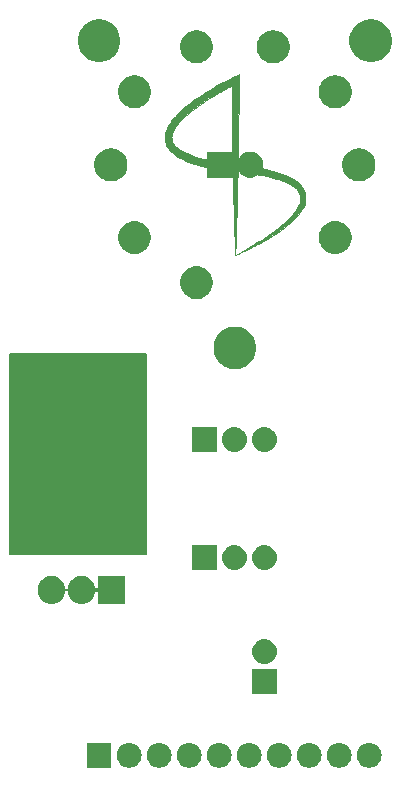
<source format=gbs>
G04 #@! TF.GenerationSoftware,KiCad,Pcbnew,(5.0.2)-1*
G04 #@! TF.CreationDate,2019-04-04T16:33:41+02:00*
G04 #@! TF.ProjectId,Corona_tubeBoard,436f726f-6e61-45f7-9475-6265426f6172,1*
G04 #@! TF.SameCoordinates,Original*
G04 #@! TF.FileFunction,Soldermask,Bot*
G04 #@! TF.FilePolarity,Negative*
%FSLAX46Y46*%
G04 Gerber Fmt 4.6, Leading zero omitted, Abs format (unit mm)*
G04 Created by KiCad (PCBNEW (5.0.2)-1) date 04/04/2019 16:33:41*
%MOMM*%
%LPD*%
G01*
G04 APERTURE LIST*
%ADD10C,0.150000*%
%ADD11C,0.010000*%
%ADD12C,0.100000*%
G04 APERTURE END LIST*
D10*
G36*
X0Y-30000000D02*
X11500000Y-30000000D01*
X11500000Y-47000000D01*
X0Y-47000000D01*
X0Y-30000000D01*
G37*
X0Y-30000000D02*
X11500000Y-30000000D01*
X11500000Y-47000000D01*
X0Y-47000000D01*
X0Y-30000000D01*
D11*
G04 #@! TO.C,MK5*
G36*
X19010584Y-14006838D02*
X19015875Y-14012130D01*
X19021167Y-14006838D01*
X19015875Y-14001547D01*
X19010584Y-14006838D01*
X19010584Y-14006838D01*
G37*
X19010584Y-14006838D02*
X19015875Y-14012130D01*
X19021167Y-14006838D01*
X19015875Y-14001547D01*
X19010584Y-14006838D01*
G36*
X19304666Y-6365150D02*
X19274468Y-6377872D01*
X19229895Y-6397738D01*
X19173261Y-6423655D01*
X19106877Y-6454531D01*
X19033056Y-6489271D01*
X18954109Y-6526782D01*
X18872350Y-6565971D01*
X18790091Y-6605745D01*
X18709643Y-6645010D01*
X18633320Y-6682673D01*
X18566639Y-6716023D01*
X18215522Y-6896482D01*
X17867014Y-7082352D01*
X17522713Y-7272633D01*
X17184214Y-7466329D01*
X16853113Y-7662438D01*
X16531007Y-7859965D01*
X16219491Y-8057908D01*
X15920163Y-8255271D01*
X15634617Y-8451054D01*
X15364451Y-8644259D01*
X15111260Y-8833886D01*
X14876641Y-9018939D01*
X14846597Y-9043417D01*
X14715242Y-9153086D01*
X14581692Y-9268746D01*
X14448703Y-9387806D01*
X14319030Y-9507676D01*
X14195427Y-9625766D01*
X14080649Y-9739486D01*
X13977450Y-9846244D01*
X13888586Y-9943452D01*
X13884215Y-9948417D01*
X13713076Y-10153575D01*
X13561456Y-10357034D01*
X13429472Y-10558494D01*
X13317241Y-10757651D01*
X13224879Y-10954205D01*
X13152504Y-11147855D01*
X13100233Y-11338297D01*
X13068182Y-11525232D01*
X13056469Y-11708356D01*
X13065210Y-11887369D01*
X13083927Y-12011959D01*
X13127290Y-12180132D01*
X13191256Y-12343867D01*
X13275702Y-12503026D01*
X13380503Y-12657470D01*
X13505539Y-12807063D01*
X13650684Y-12951666D01*
X13815817Y-13091140D01*
X14000814Y-13225349D01*
X14205553Y-13354155D01*
X14355498Y-13438321D01*
X14565904Y-13543825D01*
X14796811Y-13645575D01*
X15047874Y-13743484D01*
X15318748Y-13837465D01*
X15609088Y-13927429D01*
X15918547Y-14013289D01*
X16246780Y-14094957D01*
X16593443Y-14172347D01*
X16958190Y-14245369D01*
X17340675Y-14313936D01*
X17740553Y-14377962D01*
X18157478Y-14437358D01*
X18432260Y-14472797D01*
X18511821Y-14482670D01*
X18586634Y-14491981D01*
X18653503Y-14500327D01*
X18709233Y-14507312D01*
X18750630Y-14512534D01*
X18774498Y-14515593D01*
X18775660Y-14515747D01*
X18820639Y-14521714D01*
X18820668Y-14677169D01*
X18820983Y-14741988D01*
X18821887Y-14823867D01*
X18823354Y-14921897D01*
X18825356Y-15035165D01*
X18827866Y-15162760D01*
X18830856Y-15303769D01*
X18834299Y-15457283D01*
X18838168Y-15622388D01*
X18842435Y-15798174D01*
X18847073Y-15983728D01*
X18852055Y-16178139D01*
X18857353Y-16380496D01*
X18862940Y-16589887D01*
X18868788Y-16805400D01*
X18874871Y-17026124D01*
X18881160Y-17251147D01*
X18887629Y-17479558D01*
X18894250Y-17710444D01*
X18900995Y-17942895D01*
X18907838Y-18175999D01*
X18914751Y-18408844D01*
X18921707Y-18640519D01*
X18928678Y-18870111D01*
X18935637Y-19096710D01*
X18942557Y-19319403D01*
X18949410Y-19537280D01*
X18956168Y-19749429D01*
X18962805Y-19954937D01*
X18969294Y-20152894D01*
X18975606Y-20342387D01*
X18981715Y-20522506D01*
X18987592Y-20692339D01*
X18993212Y-20850973D01*
X18998545Y-20997498D01*
X19003566Y-21131001D01*
X19008246Y-21250572D01*
X19012559Y-21355299D01*
X19016477Y-21444269D01*
X19019972Y-21516572D01*
X19023017Y-21571296D01*
X19025586Y-21607529D01*
X19027649Y-21624360D01*
X19029088Y-21621834D01*
X19030232Y-21603654D01*
X19031995Y-21565636D01*
X19034336Y-21509098D01*
X19037207Y-21435359D01*
X19040566Y-21345735D01*
X19044368Y-21241547D01*
X19048569Y-21124110D01*
X19053123Y-20994745D01*
X19057986Y-20854768D01*
X19063114Y-20705498D01*
X19068463Y-20548254D01*
X19073988Y-20384352D01*
X19079644Y-20215112D01*
X19085387Y-20041852D01*
X19091172Y-19865889D01*
X19096956Y-19688542D01*
X19102693Y-19511129D01*
X19108339Y-19334968D01*
X19113850Y-19161377D01*
X19119181Y-18991674D01*
X19124288Y-18827177D01*
X19129126Y-18669206D01*
X19132645Y-18552667D01*
X19138704Y-18347706D01*
X19145123Y-18125122D01*
X19151807Y-17888451D01*
X19158662Y-17641231D01*
X19165593Y-17387001D01*
X19172506Y-17129297D01*
X19179306Y-16871658D01*
X19185900Y-16617622D01*
X19192192Y-16370725D01*
X19198089Y-16134507D01*
X19203495Y-15912503D01*
X19206522Y-15785125D01*
X19209514Y-15658214D01*
X19212556Y-15529759D01*
X19215578Y-15402673D01*
X19218511Y-15279871D01*
X19221285Y-15164270D01*
X19223829Y-15058783D01*
X19226074Y-14966326D01*
X19227950Y-14889814D01*
X19229125Y-14842591D01*
X19236050Y-14566807D01*
X19263824Y-14570071D01*
X19569636Y-14606916D01*
X19856049Y-14643339D01*
X20124820Y-14679623D01*
X20377706Y-14716055D01*
X20616462Y-14752918D01*
X20842845Y-14790498D01*
X21058611Y-14829079D01*
X21265517Y-14868947D01*
X21465319Y-14910386D01*
X21659772Y-14953682D01*
X21731056Y-14970309D01*
X21982000Y-15032455D01*
X22226942Y-15098827D01*
X22464207Y-15168818D01*
X22692122Y-15241820D01*
X22909010Y-15317225D01*
X23113198Y-15394426D01*
X23303011Y-15472815D01*
X23476774Y-15551783D01*
X23632813Y-15630725D01*
X23769454Y-15709030D01*
X23773639Y-15711613D01*
X23902448Y-15797714D01*
X24024855Y-15892069D01*
X24137397Y-15991590D01*
X24236614Y-16093189D01*
X24319044Y-16193779D01*
X24328090Y-16206260D01*
X24372279Y-16275968D01*
X24415786Y-16358435D01*
X24454758Y-16445495D01*
X24485342Y-16528980D01*
X24493865Y-16557709D01*
X24507487Y-16623668D01*
X24517240Y-16704024D01*
X24522923Y-16792325D01*
X24524332Y-16882119D01*
X24521262Y-16966956D01*
X24513512Y-17040384D01*
X24509751Y-17061721D01*
X24472178Y-17209434D01*
X24417808Y-17360567D01*
X24346278Y-17515686D01*
X24257224Y-17675356D01*
X24150285Y-17840140D01*
X24025095Y-18010603D01*
X23881294Y-18187310D01*
X23718517Y-18370825D01*
X23562001Y-18535625D01*
X23330777Y-18763946D01*
X23084546Y-18990854D01*
X22822674Y-19216812D01*
X22544532Y-19442283D01*
X22249490Y-19667731D01*
X21936915Y-19893617D01*
X21606178Y-20120405D01*
X21256647Y-20348557D01*
X20887692Y-20578538D01*
X20498682Y-20810809D01*
X20323472Y-20912432D01*
X20142368Y-21016601D01*
X19978777Y-21110727D01*
X19831856Y-21195303D01*
X19700759Y-21270823D01*
X19584644Y-21337778D01*
X19482664Y-21396661D01*
X19393976Y-21447965D01*
X19317735Y-21492183D01*
X19253097Y-21529807D01*
X19199217Y-21561330D01*
X19155250Y-21587244D01*
X19120351Y-21608043D01*
X19093678Y-21624219D01*
X19074384Y-21636264D01*
X19061626Y-21644672D01*
X19054558Y-21649935D01*
X19052337Y-21652545D01*
X19054002Y-21653010D01*
X19064410Y-21648442D01*
X19091366Y-21635847D01*
X19132365Y-21616415D01*
X19184903Y-21591339D01*
X19246473Y-21561812D01*
X19314573Y-21529025D01*
X19318056Y-21527345D01*
X19543916Y-21418316D01*
X19751866Y-21317769D01*
X19943105Y-21225083D01*
X20118832Y-21139640D01*
X20280246Y-21060819D01*
X20428548Y-20988000D01*
X20564935Y-20920564D01*
X20690608Y-20857889D01*
X20806766Y-20799357D01*
X20914608Y-20744348D01*
X21015333Y-20692241D01*
X21110141Y-20642417D01*
X21200232Y-20594255D01*
X21286803Y-20547136D01*
X21371056Y-20500440D01*
X21454188Y-20453546D01*
X21537400Y-20405835D01*
X21621891Y-20356688D01*
X21708859Y-20305483D01*
X21799505Y-20251602D01*
X21884514Y-20200732D01*
X22245452Y-19977522D01*
X22586665Y-19752646D01*
X22909583Y-19525081D01*
X23215638Y-19293800D01*
X23506262Y-19057780D01*
X23632733Y-18949453D01*
X23697129Y-18891974D01*
X23769966Y-18824578D01*
X23848628Y-18749878D01*
X23930500Y-18670488D01*
X24012965Y-18589019D01*
X24093409Y-18508086D01*
X24169216Y-18430301D01*
X24237769Y-18358277D01*
X24296453Y-18294627D01*
X24342653Y-18241964D01*
X24351196Y-18231732D01*
X24497764Y-18043286D01*
X24625849Y-17855954D01*
X24735044Y-17670496D01*
X24824944Y-17487671D01*
X24895144Y-17308238D01*
X24945238Y-17132956D01*
X24950355Y-17110036D01*
X24963184Y-17030864D01*
X24971494Y-16937314D01*
X24975283Y-16835583D01*
X24974549Y-16731869D01*
X24969288Y-16632372D01*
X24959498Y-16543289D01*
X24950622Y-16493524D01*
X24919331Y-16367068D01*
X24881840Y-16252277D01*
X24835027Y-16139874D01*
X24822528Y-16113209D01*
X24779078Y-16027515D01*
X24733591Y-15949518D01*
X24683285Y-15875544D01*
X24625379Y-15801921D01*
X24557092Y-15724975D01*
X24475643Y-15641034D01*
X24433666Y-15599718D01*
X24314949Y-15490306D01*
X24189397Y-15386897D01*
X24055613Y-15288777D01*
X23912201Y-15195229D01*
X23757764Y-15105540D01*
X23590905Y-15018993D01*
X23410229Y-14934875D01*
X23214339Y-14852470D01*
X23001839Y-14771063D01*
X22771332Y-14689939D01*
X22521421Y-14608383D01*
X22460092Y-14589192D01*
X22175056Y-14504441D01*
X21883406Y-14425327D01*
X21583336Y-14351486D01*
X21273037Y-14282557D01*
X20950701Y-14218177D01*
X20614522Y-14157985D01*
X20262690Y-14101618D01*
X19893399Y-14048715D01*
X19524431Y-14001296D01*
X19450761Y-13992265D01*
X19384414Y-13984043D01*
X19328160Y-13976979D01*
X19284769Y-13971425D01*
X19257010Y-13967730D01*
X19247646Y-13966266D01*
X19247509Y-13955728D01*
X19247782Y-13926223D01*
X19248429Y-13879947D01*
X19249414Y-13819094D01*
X19249658Y-13805140D01*
X18798277Y-13805140D01*
X18797540Y-13860859D01*
X18796021Y-13898135D01*
X18793731Y-13915818D01*
X18792725Y-13917167D01*
X18779981Y-13915867D01*
X18749041Y-13912200D01*
X18702697Y-13906510D01*
X18643746Y-13899147D01*
X18574982Y-13890455D01*
X18499198Y-13880782D01*
X18492112Y-13879873D01*
X18086103Y-13824416D01*
X17695482Y-13764275D01*
X17320605Y-13699566D01*
X16961829Y-13630404D01*
X16619511Y-13556903D01*
X16294007Y-13479179D01*
X15985674Y-13397347D01*
X15694868Y-13311522D01*
X15421947Y-13221818D01*
X15167266Y-13128351D01*
X14931183Y-13031236D01*
X14714053Y-12930588D01*
X14516235Y-12826522D01*
X14338083Y-12719152D01*
X14179956Y-12608595D01*
X14042209Y-12494964D01*
X13963656Y-12419392D01*
X13859933Y-12302570D01*
X13776571Y-12185645D01*
X13712823Y-12066936D01*
X13667941Y-11944766D01*
X13641180Y-11817455D01*
X13631790Y-11683323D01*
X13631765Y-11673500D01*
X13639340Y-11544914D01*
X13662105Y-11416317D01*
X13700754Y-11285798D01*
X13755978Y-11151444D01*
X13828470Y-11011343D01*
X13918922Y-10863585D01*
X13932563Y-10842923D01*
X14065180Y-10656995D01*
X14218230Y-10466893D01*
X14391439Y-10272842D01*
X14584534Y-10075067D01*
X14797244Y-9873793D01*
X15029295Y-9669244D01*
X15280416Y-9461645D01*
X15550332Y-9251221D01*
X15838772Y-9038197D01*
X16145463Y-8822798D01*
X16470133Y-8605248D01*
X16812508Y-8385772D01*
X17172317Y-8164595D01*
X17203282Y-8145971D01*
X17287213Y-8096035D01*
X17379400Y-8042000D01*
X17478306Y-7984712D01*
X17582391Y-7925019D01*
X17690114Y-7863766D01*
X17799936Y-7801799D01*
X17910318Y-7739965D01*
X18019720Y-7679110D01*
X18126602Y-7620080D01*
X18229425Y-7563722D01*
X18326649Y-7510881D01*
X18416735Y-7462404D01*
X18498142Y-7419138D01*
X18569332Y-7381927D01*
X18628763Y-7351619D01*
X18674898Y-7329060D01*
X18706197Y-7315096D01*
X18721118Y-7310573D01*
X18722161Y-7311144D01*
X18722477Y-7322391D01*
X18722931Y-7353623D01*
X18723514Y-7403662D01*
X18724214Y-7471327D01*
X18725024Y-7555438D01*
X18725931Y-7654815D01*
X18726926Y-7768278D01*
X18727998Y-7894647D01*
X18729139Y-8032743D01*
X18730336Y-8181384D01*
X18731581Y-8339391D01*
X18732863Y-8505585D01*
X18734171Y-8678784D01*
X18735496Y-8857810D01*
X18735539Y-8863625D01*
X18738311Y-9230205D01*
X18741135Y-9578441D01*
X18744047Y-9911156D01*
X18747084Y-10231173D01*
X18750282Y-10541315D01*
X18753678Y-10844405D01*
X18757307Y-11143266D01*
X18761206Y-11440721D01*
X18765411Y-11739593D01*
X18769959Y-12042705D01*
X18774887Y-12352879D01*
X18780229Y-12672939D01*
X18786023Y-13005707D01*
X18792305Y-13354007D01*
X18795714Y-13538813D01*
X18797373Y-13642967D01*
X18798225Y-13732126D01*
X18798277Y-13805140D01*
X19249658Y-13805140D01*
X19250699Y-13745861D01*
X19252249Y-13662442D01*
X19254027Y-13571033D01*
X19255046Y-13520292D01*
X19262226Y-13151794D01*
X19269139Y-12768244D01*
X19275738Y-12373133D01*
X19281979Y-11969953D01*
X19287817Y-11562194D01*
X19293206Y-11153348D01*
X19298100Y-10746907D01*
X19302456Y-10346362D01*
X19306226Y-9955203D01*
X19309366Y-9576924D01*
X19311831Y-9215014D01*
X19312564Y-9085875D01*
X19313493Y-8914430D01*
X19314513Y-8731201D01*
X19315601Y-8539690D01*
X19316736Y-8343398D01*
X19317899Y-8145826D01*
X19319068Y-7950477D01*
X19320223Y-7760851D01*
X19321341Y-7580451D01*
X19322404Y-7412776D01*
X19323389Y-7261330D01*
X19323766Y-7204688D01*
X19324803Y-7034404D01*
X19325487Y-6884719D01*
X19325813Y-6755065D01*
X19325778Y-6644879D01*
X19325378Y-6553594D01*
X19324609Y-6480643D01*
X19323468Y-6425463D01*
X19321950Y-6387486D01*
X19320053Y-6366147D01*
X19318178Y-6360667D01*
X19304666Y-6365150D01*
X19304666Y-6365150D01*
G37*
X19304666Y-6365150D02*
X19274468Y-6377872D01*
X19229895Y-6397738D01*
X19173261Y-6423655D01*
X19106877Y-6454531D01*
X19033056Y-6489271D01*
X18954109Y-6526782D01*
X18872350Y-6565971D01*
X18790091Y-6605745D01*
X18709643Y-6645010D01*
X18633320Y-6682673D01*
X18566639Y-6716023D01*
X18215522Y-6896482D01*
X17867014Y-7082352D01*
X17522713Y-7272633D01*
X17184214Y-7466329D01*
X16853113Y-7662438D01*
X16531007Y-7859965D01*
X16219491Y-8057908D01*
X15920163Y-8255271D01*
X15634617Y-8451054D01*
X15364451Y-8644259D01*
X15111260Y-8833886D01*
X14876641Y-9018939D01*
X14846597Y-9043417D01*
X14715242Y-9153086D01*
X14581692Y-9268746D01*
X14448703Y-9387806D01*
X14319030Y-9507676D01*
X14195427Y-9625766D01*
X14080649Y-9739486D01*
X13977450Y-9846244D01*
X13888586Y-9943452D01*
X13884215Y-9948417D01*
X13713076Y-10153575D01*
X13561456Y-10357034D01*
X13429472Y-10558494D01*
X13317241Y-10757651D01*
X13224879Y-10954205D01*
X13152504Y-11147855D01*
X13100233Y-11338297D01*
X13068182Y-11525232D01*
X13056469Y-11708356D01*
X13065210Y-11887369D01*
X13083927Y-12011959D01*
X13127290Y-12180132D01*
X13191256Y-12343867D01*
X13275702Y-12503026D01*
X13380503Y-12657470D01*
X13505539Y-12807063D01*
X13650684Y-12951666D01*
X13815817Y-13091140D01*
X14000814Y-13225349D01*
X14205553Y-13354155D01*
X14355498Y-13438321D01*
X14565904Y-13543825D01*
X14796811Y-13645575D01*
X15047874Y-13743484D01*
X15318748Y-13837465D01*
X15609088Y-13927429D01*
X15918547Y-14013289D01*
X16246780Y-14094957D01*
X16593443Y-14172347D01*
X16958190Y-14245369D01*
X17340675Y-14313936D01*
X17740553Y-14377962D01*
X18157478Y-14437358D01*
X18432260Y-14472797D01*
X18511821Y-14482670D01*
X18586634Y-14491981D01*
X18653503Y-14500327D01*
X18709233Y-14507312D01*
X18750630Y-14512534D01*
X18774498Y-14515593D01*
X18775660Y-14515747D01*
X18820639Y-14521714D01*
X18820668Y-14677169D01*
X18820983Y-14741988D01*
X18821887Y-14823867D01*
X18823354Y-14921897D01*
X18825356Y-15035165D01*
X18827866Y-15162760D01*
X18830856Y-15303769D01*
X18834299Y-15457283D01*
X18838168Y-15622388D01*
X18842435Y-15798174D01*
X18847073Y-15983728D01*
X18852055Y-16178139D01*
X18857353Y-16380496D01*
X18862940Y-16589887D01*
X18868788Y-16805400D01*
X18874871Y-17026124D01*
X18881160Y-17251147D01*
X18887629Y-17479558D01*
X18894250Y-17710444D01*
X18900995Y-17942895D01*
X18907838Y-18175999D01*
X18914751Y-18408844D01*
X18921707Y-18640519D01*
X18928678Y-18870111D01*
X18935637Y-19096710D01*
X18942557Y-19319403D01*
X18949410Y-19537280D01*
X18956168Y-19749429D01*
X18962805Y-19954937D01*
X18969294Y-20152894D01*
X18975606Y-20342387D01*
X18981715Y-20522506D01*
X18987592Y-20692339D01*
X18993212Y-20850973D01*
X18998545Y-20997498D01*
X19003566Y-21131001D01*
X19008246Y-21250572D01*
X19012559Y-21355299D01*
X19016477Y-21444269D01*
X19019972Y-21516572D01*
X19023017Y-21571296D01*
X19025586Y-21607529D01*
X19027649Y-21624360D01*
X19029088Y-21621834D01*
X19030232Y-21603654D01*
X19031995Y-21565636D01*
X19034336Y-21509098D01*
X19037207Y-21435359D01*
X19040566Y-21345735D01*
X19044368Y-21241547D01*
X19048569Y-21124110D01*
X19053123Y-20994745D01*
X19057986Y-20854768D01*
X19063114Y-20705498D01*
X19068463Y-20548254D01*
X19073988Y-20384352D01*
X19079644Y-20215112D01*
X19085387Y-20041852D01*
X19091172Y-19865889D01*
X19096956Y-19688542D01*
X19102693Y-19511129D01*
X19108339Y-19334968D01*
X19113850Y-19161377D01*
X19119181Y-18991674D01*
X19124288Y-18827177D01*
X19129126Y-18669206D01*
X19132645Y-18552667D01*
X19138704Y-18347706D01*
X19145123Y-18125122D01*
X19151807Y-17888451D01*
X19158662Y-17641231D01*
X19165593Y-17387001D01*
X19172506Y-17129297D01*
X19179306Y-16871658D01*
X19185900Y-16617622D01*
X19192192Y-16370725D01*
X19198089Y-16134507D01*
X19203495Y-15912503D01*
X19206522Y-15785125D01*
X19209514Y-15658214D01*
X19212556Y-15529759D01*
X19215578Y-15402673D01*
X19218511Y-15279871D01*
X19221285Y-15164270D01*
X19223829Y-15058783D01*
X19226074Y-14966326D01*
X19227950Y-14889814D01*
X19229125Y-14842591D01*
X19236050Y-14566807D01*
X19263824Y-14570071D01*
X19569636Y-14606916D01*
X19856049Y-14643339D01*
X20124820Y-14679623D01*
X20377706Y-14716055D01*
X20616462Y-14752918D01*
X20842845Y-14790498D01*
X21058611Y-14829079D01*
X21265517Y-14868947D01*
X21465319Y-14910386D01*
X21659772Y-14953682D01*
X21731056Y-14970309D01*
X21982000Y-15032455D01*
X22226942Y-15098827D01*
X22464207Y-15168818D01*
X22692122Y-15241820D01*
X22909010Y-15317225D01*
X23113198Y-15394426D01*
X23303011Y-15472815D01*
X23476774Y-15551783D01*
X23632813Y-15630725D01*
X23769454Y-15709030D01*
X23773639Y-15711613D01*
X23902448Y-15797714D01*
X24024855Y-15892069D01*
X24137397Y-15991590D01*
X24236614Y-16093189D01*
X24319044Y-16193779D01*
X24328090Y-16206260D01*
X24372279Y-16275968D01*
X24415786Y-16358435D01*
X24454758Y-16445495D01*
X24485342Y-16528980D01*
X24493865Y-16557709D01*
X24507487Y-16623668D01*
X24517240Y-16704024D01*
X24522923Y-16792325D01*
X24524332Y-16882119D01*
X24521262Y-16966956D01*
X24513512Y-17040384D01*
X24509751Y-17061721D01*
X24472178Y-17209434D01*
X24417808Y-17360567D01*
X24346278Y-17515686D01*
X24257224Y-17675356D01*
X24150285Y-17840140D01*
X24025095Y-18010603D01*
X23881294Y-18187310D01*
X23718517Y-18370825D01*
X23562001Y-18535625D01*
X23330777Y-18763946D01*
X23084546Y-18990854D01*
X22822674Y-19216812D01*
X22544532Y-19442283D01*
X22249490Y-19667731D01*
X21936915Y-19893617D01*
X21606178Y-20120405D01*
X21256647Y-20348557D01*
X20887692Y-20578538D01*
X20498682Y-20810809D01*
X20323472Y-20912432D01*
X20142368Y-21016601D01*
X19978777Y-21110727D01*
X19831856Y-21195303D01*
X19700759Y-21270823D01*
X19584644Y-21337778D01*
X19482664Y-21396661D01*
X19393976Y-21447965D01*
X19317735Y-21492183D01*
X19253097Y-21529807D01*
X19199217Y-21561330D01*
X19155250Y-21587244D01*
X19120351Y-21608043D01*
X19093678Y-21624219D01*
X19074384Y-21636264D01*
X19061626Y-21644672D01*
X19054558Y-21649935D01*
X19052337Y-21652545D01*
X19054002Y-21653010D01*
X19064410Y-21648442D01*
X19091366Y-21635847D01*
X19132365Y-21616415D01*
X19184903Y-21591339D01*
X19246473Y-21561812D01*
X19314573Y-21529025D01*
X19318056Y-21527345D01*
X19543916Y-21418316D01*
X19751866Y-21317769D01*
X19943105Y-21225083D01*
X20118832Y-21139640D01*
X20280246Y-21060819D01*
X20428548Y-20988000D01*
X20564935Y-20920564D01*
X20690608Y-20857889D01*
X20806766Y-20799357D01*
X20914608Y-20744348D01*
X21015333Y-20692241D01*
X21110141Y-20642417D01*
X21200232Y-20594255D01*
X21286803Y-20547136D01*
X21371056Y-20500440D01*
X21454188Y-20453546D01*
X21537400Y-20405835D01*
X21621891Y-20356688D01*
X21708859Y-20305483D01*
X21799505Y-20251602D01*
X21884514Y-20200732D01*
X22245452Y-19977522D01*
X22586665Y-19752646D01*
X22909583Y-19525081D01*
X23215638Y-19293800D01*
X23506262Y-19057780D01*
X23632733Y-18949453D01*
X23697129Y-18891974D01*
X23769966Y-18824578D01*
X23848628Y-18749878D01*
X23930500Y-18670488D01*
X24012965Y-18589019D01*
X24093409Y-18508086D01*
X24169216Y-18430301D01*
X24237769Y-18358277D01*
X24296453Y-18294627D01*
X24342653Y-18241964D01*
X24351196Y-18231732D01*
X24497764Y-18043286D01*
X24625849Y-17855954D01*
X24735044Y-17670496D01*
X24824944Y-17487671D01*
X24895144Y-17308238D01*
X24945238Y-17132956D01*
X24950355Y-17110036D01*
X24963184Y-17030864D01*
X24971494Y-16937314D01*
X24975283Y-16835583D01*
X24974549Y-16731869D01*
X24969288Y-16632372D01*
X24959498Y-16543289D01*
X24950622Y-16493524D01*
X24919331Y-16367068D01*
X24881840Y-16252277D01*
X24835027Y-16139874D01*
X24822528Y-16113209D01*
X24779078Y-16027515D01*
X24733591Y-15949518D01*
X24683285Y-15875544D01*
X24625379Y-15801921D01*
X24557092Y-15724975D01*
X24475643Y-15641034D01*
X24433666Y-15599718D01*
X24314949Y-15490306D01*
X24189397Y-15386897D01*
X24055613Y-15288777D01*
X23912201Y-15195229D01*
X23757764Y-15105540D01*
X23590905Y-15018993D01*
X23410229Y-14934875D01*
X23214339Y-14852470D01*
X23001839Y-14771063D01*
X22771332Y-14689939D01*
X22521421Y-14608383D01*
X22460092Y-14589192D01*
X22175056Y-14504441D01*
X21883406Y-14425327D01*
X21583336Y-14351486D01*
X21273037Y-14282557D01*
X20950701Y-14218177D01*
X20614522Y-14157985D01*
X20262690Y-14101618D01*
X19893399Y-14048715D01*
X19524431Y-14001296D01*
X19450761Y-13992265D01*
X19384414Y-13984043D01*
X19328160Y-13976979D01*
X19284769Y-13971425D01*
X19257010Y-13967730D01*
X19247646Y-13966266D01*
X19247509Y-13955728D01*
X19247782Y-13926223D01*
X19248429Y-13879947D01*
X19249414Y-13819094D01*
X19249658Y-13805140D01*
X18798277Y-13805140D01*
X18797540Y-13860859D01*
X18796021Y-13898135D01*
X18793731Y-13915818D01*
X18792725Y-13917167D01*
X18779981Y-13915867D01*
X18749041Y-13912200D01*
X18702697Y-13906510D01*
X18643746Y-13899147D01*
X18574982Y-13890455D01*
X18499198Y-13880782D01*
X18492112Y-13879873D01*
X18086103Y-13824416D01*
X17695482Y-13764275D01*
X17320605Y-13699566D01*
X16961829Y-13630404D01*
X16619511Y-13556903D01*
X16294007Y-13479179D01*
X15985674Y-13397347D01*
X15694868Y-13311522D01*
X15421947Y-13221818D01*
X15167266Y-13128351D01*
X14931183Y-13031236D01*
X14714053Y-12930588D01*
X14516235Y-12826522D01*
X14338083Y-12719152D01*
X14179956Y-12608595D01*
X14042209Y-12494964D01*
X13963656Y-12419392D01*
X13859933Y-12302570D01*
X13776571Y-12185645D01*
X13712823Y-12066936D01*
X13667941Y-11944766D01*
X13641180Y-11817455D01*
X13631790Y-11683323D01*
X13631765Y-11673500D01*
X13639340Y-11544914D01*
X13662105Y-11416317D01*
X13700754Y-11285798D01*
X13755978Y-11151444D01*
X13828470Y-11011343D01*
X13918922Y-10863585D01*
X13932563Y-10842923D01*
X14065180Y-10656995D01*
X14218230Y-10466893D01*
X14391439Y-10272842D01*
X14584534Y-10075067D01*
X14797244Y-9873793D01*
X15029295Y-9669244D01*
X15280416Y-9461645D01*
X15550332Y-9251221D01*
X15838772Y-9038197D01*
X16145463Y-8822798D01*
X16470133Y-8605248D01*
X16812508Y-8385772D01*
X17172317Y-8164595D01*
X17203282Y-8145971D01*
X17287213Y-8096035D01*
X17379400Y-8042000D01*
X17478306Y-7984712D01*
X17582391Y-7925019D01*
X17690114Y-7863766D01*
X17799936Y-7801799D01*
X17910318Y-7739965D01*
X18019720Y-7679110D01*
X18126602Y-7620080D01*
X18229425Y-7563722D01*
X18326649Y-7510881D01*
X18416735Y-7462404D01*
X18498142Y-7419138D01*
X18569332Y-7381927D01*
X18628763Y-7351619D01*
X18674898Y-7329060D01*
X18706197Y-7315096D01*
X18721118Y-7310573D01*
X18722161Y-7311144D01*
X18722477Y-7322391D01*
X18722931Y-7353623D01*
X18723514Y-7403662D01*
X18724214Y-7471327D01*
X18725024Y-7555438D01*
X18725931Y-7654815D01*
X18726926Y-7768278D01*
X18727998Y-7894647D01*
X18729139Y-8032743D01*
X18730336Y-8181384D01*
X18731581Y-8339391D01*
X18732863Y-8505585D01*
X18734171Y-8678784D01*
X18735496Y-8857810D01*
X18735539Y-8863625D01*
X18738311Y-9230205D01*
X18741135Y-9578441D01*
X18744047Y-9911156D01*
X18747084Y-10231173D01*
X18750282Y-10541315D01*
X18753678Y-10844405D01*
X18757307Y-11143266D01*
X18761206Y-11440721D01*
X18765411Y-11739593D01*
X18769959Y-12042705D01*
X18774887Y-12352879D01*
X18780229Y-12672939D01*
X18786023Y-13005707D01*
X18792305Y-13354007D01*
X18795714Y-13538813D01*
X18797373Y-13642967D01*
X18798225Y-13732126D01*
X18798277Y-13805140D01*
X19249658Y-13805140D01*
X19250699Y-13745861D01*
X19252249Y-13662442D01*
X19254027Y-13571033D01*
X19255046Y-13520292D01*
X19262226Y-13151794D01*
X19269139Y-12768244D01*
X19275738Y-12373133D01*
X19281979Y-11969953D01*
X19287817Y-11562194D01*
X19293206Y-11153348D01*
X19298100Y-10746907D01*
X19302456Y-10346362D01*
X19306226Y-9955203D01*
X19309366Y-9576924D01*
X19311831Y-9215014D01*
X19312564Y-9085875D01*
X19313493Y-8914430D01*
X19314513Y-8731201D01*
X19315601Y-8539690D01*
X19316736Y-8343398D01*
X19317899Y-8145826D01*
X19319068Y-7950477D01*
X19320223Y-7760851D01*
X19321341Y-7580451D01*
X19322404Y-7412776D01*
X19323389Y-7261330D01*
X19323766Y-7204688D01*
X19324803Y-7034404D01*
X19325487Y-6884719D01*
X19325813Y-6755065D01*
X19325778Y-6644879D01*
X19325378Y-6553594D01*
X19324609Y-6480643D01*
X19323468Y-6425463D01*
X19321950Y-6387486D01*
X19320053Y-6366147D01*
X19318178Y-6360667D01*
X19304666Y-6365150D01*
D12*
G36*
X10168707Y-62957597D02*
X10245836Y-62965193D01*
X10377787Y-63005220D01*
X10443763Y-63025233D01*
X10626172Y-63122733D01*
X10786054Y-63253946D01*
X10917267Y-63413828D01*
X11014767Y-63596237D01*
X11014767Y-63596238D01*
X11074807Y-63794164D01*
X11095080Y-64000000D01*
X11074807Y-64205836D01*
X11034780Y-64337787D01*
X11014767Y-64403763D01*
X10917267Y-64586172D01*
X10786054Y-64746054D01*
X10626172Y-64877267D01*
X10443763Y-64974767D01*
X10377787Y-64994780D01*
X10245836Y-65034807D01*
X10168707Y-65042404D01*
X10091580Y-65050000D01*
X9988420Y-65050000D01*
X9911293Y-65042404D01*
X9834164Y-65034807D01*
X9702213Y-64994780D01*
X9636237Y-64974767D01*
X9453828Y-64877267D01*
X9293946Y-64746054D01*
X9162733Y-64586172D01*
X9065233Y-64403763D01*
X9045220Y-64337787D01*
X9005193Y-64205836D01*
X8984920Y-64000000D01*
X9005193Y-63794164D01*
X9065233Y-63596238D01*
X9065233Y-63596237D01*
X9162733Y-63413828D01*
X9293946Y-63253946D01*
X9453828Y-63122733D01*
X9636237Y-63025233D01*
X9702213Y-63005220D01*
X9834164Y-62965193D01*
X9911293Y-62957597D01*
X9988420Y-62950000D01*
X10091580Y-62950000D01*
X10168707Y-62957597D01*
X10168707Y-62957597D01*
G37*
G36*
X8550000Y-65050000D02*
X6450000Y-65050000D01*
X6450000Y-62950000D01*
X8550000Y-62950000D01*
X8550000Y-65050000D01*
X8550000Y-65050000D01*
G37*
G36*
X12708707Y-62957597D02*
X12785836Y-62965193D01*
X12917787Y-63005220D01*
X12983763Y-63025233D01*
X13166172Y-63122733D01*
X13326054Y-63253946D01*
X13457267Y-63413828D01*
X13554767Y-63596237D01*
X13554767Y-63596238D01*
X13614807Y-63794164D01*
X13635080Y-64000000D01*
X13614807Y-64205836D01*
X13574780Y-64337787D01*
X13554767Y-64403763D01*
X13457267Y-64586172D01*
X13326054Y-64746054D01*
X13166172Y-64877267D01*
X12983763Y-64974767D01*
X12917787Y-64994780D01*
X12785836Y-65034807D01*
X12708707Y-65042404D01*
X12631580Y-65050000D01*
X12528420Y-65050000D01*
X12451293Y-65042404D01*
X12374164Y-65034807D01*
X12242213Y-64994780D01*
X12176237Y-64974767D01*
X11993828Y-64877267D01*
X11833946Y-64746054D01*
X11702733Y-64586172D01*
X11605233Y-64403763D01*
X11585220Y-64337787D01*
X11545193Y-64205836D01*
X11524920Y-64000000D01*
X11545193Y-63794164D01*
X11605233Y-63596238D01*
X11605233Y-63596237D01*
X11702733Y-63413828D01*
X11833946Y-63253946D01*
X11993828Y-63122733D01*
X12176237Y-63025233D01*
X12242213Y-63005220D01*
X12374164Y-62965193D01*
X12451293Y-62957597D01*
X12528420Y-62950000D01*
X12631580Y-62950000D01*
X12708707Y-62957597D01*
X12708707Y-62957597D01*
G37*
G36*
X15248707Y-62957597D02*
X15325836Y-62965193D01*
X15457787Y-63005220D01*
X15523763Y-63025233D01*
X15706172Y-63122733D01*
X15866054Y-63253946D01*
X15997267Y-63413828D01*
X16094767Y-63596237D01*
X16094767Y-63596238D01*
X16154807Y-63794164D01*
X16175080Y-64000000D01*
X16154807Y-64205836D01*
X16114780Y-64337787D01*
X16094767Y-64403763D01*
X15997267Y-64586172D01*
X15866054Y-64746054D01*
X15706172Y-64877267D01*
X15523763Y-64974767D01*
X15457787Y-64994780D01*
X15325836Y-65034807D01*
X15248707Y-65042404D01*
X15171580Y-65050000D01*
X15068420Y-65050000D01*
X14991293Y-65042404D01*
X14914164Y-65034807D01*
X14782213Y-64994780D01*
X14716237Y-64974767D01*
X14533828Y-64877267D01*
X14373946Y-64746054D01*
X14242733Y-64586172D01*
X14145233Y-64403763D01*
X14125220Y-64337787D01*
X14085193Y-64205836D01*
X14064920Y-64000000D01*
X14085193Y-63794164D01*
X14145233Y-63596238D01*
X14145233Y-63596237D01*
X14242733Y-63413828D01*
X14373946Y-63253946D01*
X14533828Y-63122733D01*
X14716237Y-63025233D01*
X14782213Y-63005220D01*
X14914164Y-62965193D01*
X14991293Y-62957597D01*
X15068420Y-62950000D01*
X15171580Y-62950000D01*
X15248707Y-62957597D01*
X15248707Y-62957597D01*
G37*
G36*
X17788707Y-62957597D02*
X17865836Y-62965193D01*
X17997787Y-63005220D01*
X18063763Y-63025233D01*
X18246172Y-63122733D01*
X18406054Y-63253946D01*
X18537267Y-63413828D01*
X18634767Y-63596237D01*
X18634767Y-63596238D01*
X18694807Y-63794164D01*
X18715080Y-64000000D01*
X18694807Y-64205836D01*
X18654780Y-64337787D01*
X18634767Y-64403763D01*
X18537267Y-64586172D01*
X18406054Y-64746054D01*
X18246172Y-64877267D01*
X18063763Y-64974767D01*
X17997787Y-64994780D01*
X17865836Y-65034807D01*
X17788707Y-65042404D01*
X17711580Y-65050000D01*
X17608420Y-65050000D01*
X17531293Y-65042404D01*
X17454164Y-65034807D01*
X17322213Y-64994780D01*
X17256237Y-64974767D01*
X17073828Y-64877267D01*
X16913946Y-64746054D01*
X16782733Y-64586172D01*
X16685233Y-64403763D01*
X16665220Y-64337787D01*
X16625193Y-64205836D01*
X16604920Y-64000000D01*
X16625193Y-63794164D01*
X16685233Y-63596238D01*
X16685233Y-63596237D01*
X16782733Y-63413828D01*
X16913946Y-63253946D01*
X17073828Y-63122733D01*
X17256237Y-63025233D01*
X17322213Y-63005220D01*
X17454164Y-62965193D01*
X17531293Y-62957597D01*
X17608420Y-62950000D01*
X17711580Y-62950000D01*
X17788707Y-62957597D01*
X17788707Y-62957597D01*
G37*
G36*
X20328707Y-62957597D02*
X20405836Y-62965193D01*
X20537787Y-63005220D01*
X20603763Y-63025233D01*
X20786172Y-63122733D01*
X20946054Y-63253946D01*
X21077267Y-63413828D01*
X21174767Y-63596237D01*
X21174767Y-63596238D01*
X21234807Y-63794164D01*
X21255080Y-64000000D01*
X21234807Y-64205836D01*
X21194780Y-64337787D01*
X21174767Y-64403763D01*
X21077267Y-64586172D01*
X20946054Y-64746054D01*
X20786172Y-64877267D01*
X20603763Y-64974767D01*
X20537787Y-64994780D01*
X20405836Y-65034807D01*
X20328707Y-65042404D01*
X20251580Y-65050000D01*
X20148420Y-65050000D01*
X20071293Y-65042404D01*
X19994164Y-65034807D01*
X19862213Y-64994780D01*
X19796237Y-64974767D01*
X19613828Y-64877267D01*
X19453946Y-64746054D01*
X19322733Y-64586172D01*
X19225233Y-64403763D01*
X19205220Y-64337787D01*
X19165193Y-64205836D01*
X19144920Y-64000000D01*
X19165193Y-63794164D01*
X19225233Y-63596238D01*
X19225233Y-63596237D01*
X19322733Y-63413828D01*
X19453946Y-63253946D01*
X19613828Y-63122733D01*
X19796237Y-63025233D01*
X19862213Y-63005220D01*
X19994164Y-62965193D01*
X20071293Y-62957597D01*
X20148420Y-62950000D01*
X20251580Y-62950000D01*
X20328707Y-62957597D01*
X20328707Y-62957597D01*
G37*
G36*
X22868707Y-62957597D02*
X22945836Y-62965193D01*
X23077787Y-63005220D01*
X23143763Y-63025233D01*
X23326172Y-63122733D01*
X23486054Y-63253946D01*
X23617267Y-63413828D01*
X23714767Y-63596237D01*
X23714767Y-63596238D01*
X23774807Y-63794164D01*
X23795080Y-64000000D01*
X23774807Y-64205836D01*
X23734780Y-64337787D01*
X23714767Y-64403763D01*
X23617267Y-64586172D01*
X23486054Y-64746054D01*
X23326172Y-64877267D01*
X23143763Y-64974767D01*
X23077787Y-64994780D01*
X22945836Y-65034807D01*
X22868707Y-65042404D01*
X22791580Y-65050000D01*
X22688420Y-65050000D01*
X22611293Y-65042404D01*
X22534164Y-65034807D01*
X22402213Y-64994780D01*
X22336237Y-64974767D01*
X22153828Y-64877267D01*
X21993946Y-64746054D01*
X21862733Y-64586172D01*
X21765233Y-64403763D01*
X21745220Y-64337787D01*
X21705193Y-64205836D01*
X21684920Y-64000000D01*
X21705193Y-63794164D01*
X21765233Y-63596238D01*
X21765233Y-63596237D01*
X21862733Y-63413828D01*
X21993946Y-63253946D01*
X22153828Y-63122733D01*
X22336237Y-63025233D01*
X22402213Y-63005220D01*
X22534164Y-62965193D01*
X22611293Y-62957597D01*
X22688420Y-62950000D01*
X22791580Y-62950000D01*
X22868707Y-62957597D01*
X22868707Y-62957597D01*
G37*
G36*
X25408707Y-62957597D02*
X25485836Y-62965193D01*
X25617787Y-63005220D01*
X25683763Y-63025233D01*
X25866172Y-63122733D01*
X26026054Y-63253946D01*
X26157267Y-63413828D01*
X26254767Y-63596237D01*
X26254767Y-63596238D01*
X26314807Y-63794164D01*
X26335080Y-64000000D01*
X26314807Y-64205836D01*
X26274780Y-64337787D01*
X26254767Y-64403763D01*
X26157267Y-64586172D01*
X26026054Y-64746054D01*
X25866172Y-64877267D01*
X25683763Y-64974767D01*
X25617787Y-64994780D01*
X25485836Y-65034807D01*
X25408707Y-65042404D01*
X25331580Y-65050000D01*
X25228420Y-65050000D01*
X25151293Y-65042404D01*
X25074164Y-65034807D01*
X24942213Y-64994780D01*
X24876237Y-64974767D01*
X24693828Y-64877267D01*
X24533946Y-64746054D01*
X24402733Y-64586172D01*
X24305233Y-64403763D01*
X24285220Y-64337787D01*
X24245193Y-64205836D01*
X24224920Y-64000000D01*
X24245193Y-63794164D01*
X24305233Y-63596238D01*
X24305233Y-63596237D01*
X24402733Y-63413828D01*
X24533946Y-63253946D01*
X24693828Y-63122733D01*
X24876237Y-63025233D01*
X24942213Y-63005220D01*
X25074164Y-62965193D01*
X25151293Y-62957597D01*
X25228420Y-62950000D01*
X25331580Y-62950000D01*
X25408707Y-62957597D01*
X25408707Y-62957597D01*
G37*
G36*
X27948707Y-62957597D02*
X28025836Y-62965193D01*
X28157787Y-63005220D01*
X28223763Y-63025233D01*
X28406172Y-63122733D01*
X28566054Y-63253946D01*
X28697267Y-63413828D01*
X28794767Y-63596237D01*
X28794767Y-63596238D01*
X28854807Y-63794164D01*
X28875080Y-64000000D01*
X28854807Y-64205836D01*
X28814780Y-64337787D01*
X28794767Y-64403763D01*
X28697267Y-64586172D01*
X28566054Y-64746054D01*
X28406172Y-64877267D01*
X28223763Y-64974767D01*
X28157787Y-64994780D01*
X28025836Y-65034807D01*
X27948707Y-65042404D01*
X27871580Y-65050000D01*
X27768420Y-65050000D01*
X27691293Y-65042404D01*
X27614164Y-65034807D01*
X27482213Y-64994780D01*
X27416237Y-64974767D01*
X27233828Y-64877267D01*
X27073946Y-64746054D01*
X26942733Y-64586172D01*
X26845233Y-64403763D01*
X26825220Y-64337787D01*
X26785193Y-64205836D01*
X26764920Y-64000000D01*
X26785193Y-63794164D01*
X26845233Y-63596238D01*
X26845233Y-63596237D01*
X26942733Y-63413828D01*
X27073946Y-63253946D01*
X27233828Y-63122733D01*
X27416237Y-63025233D01*
X27482213Y-63005220D01*
X27614164Y-62965193D01*
X27691293Y-62957597D01*
X27768420Y-62950000D01*
X27871580Y-62950000D01*
X27948707Y-62957597D01*
X27948707Y-62957597D01*
G37*
G36*
X30488707Y-62957597D02*
X30565836Y-62965193D01*
X30697787Y-63005220D01*
X30763763Y-63025233D01*
X30946172Y-63122733D01*
X31106054Y-63253946D01*
X31237267Y-63413828D01*
X31334767Y-63596237D01*
X31334767Y-63596238D01*
X31394807Y-63794164D01*
X31415080Y-64000000D01*
X31394807Y-64205836D01*
X31354780Y-64337787D01*
X31334767Y-64403763D01*
X31237267Y-64586172D01*
X31106054Y-64746054D01*
X30946172Y-64877267D01*
X30763763Y-64974767D01*
X30697787Y-64994780D01*
X30565836Y-65034807D01*
X30488707Y-65042404D01*
X30411580Y-65050000D01*
X30308420Y-65050000D01*
X30231293Y-65042404D01*
X30154164Y-65034807D01*
X30022213Y-64994780D01*
X29956237Y-64974767D01*
X29773828Y-64877267D01*
X29613946Y-64746054D01*
X29482733Y-64586172D01*
X29385233Y-64403763D01*
X29365220Y-64337787D01*
X29325193Y-64205836D01*
X29304920Y-64000000D01*
X29325193Y-63794164D01*
X29385233Y-63596238D01*
X29385233Y-63596237D01*
X29482733Y-63413828D01*
X29613946Y-63253946D01*
X29773828Y-63122733D01*
X29956237Y-63025233D01*
X30022213Y-63005220D01*
X30154164Y-62965193D01*
X30231293Y-62957597D01*
X30308420Y-62950000D01*
X30411580Y-62950000D01*
X30488707Y-62957597D01*
X30488707Y-62957597D01*
G37*
G36*
X22550000Y-58800000D02*
X20450000Y-58800000D01*
X20450000Y-56700000D01*
X22550000Y-56700000D01*
X22550000Y-58800000D01*
X22550000Y-58800000D01*
G37*
G36*
X21628707Y-54167596D02*
X21705836Y-54175193D01*
X21837787Y-54215220D01*
X21903763Y-54235233D01*
X22086172Y-54332733D01*
X22246054Y-54463946D01*
X22377267Y-54623828D01*
X22474767Y-54806237D01*
X22474767Y-54806238D01*
X22534807Y-55004164D01*
X22555080Y-55210000D01*
X22534807Y-55415836D01*
X22494780Y-55547787D01*
X22474767Y-55613763D01*
X22377267Y-55796172D01*
X22246054Y-55956054D01*
X22086172Y-56087267D01*
X21903763Y-56184767D01*
X21837787Y-56204780D01*
X21705836Y-56244807D01*
X21628707Y-56252403D01*
X21551580Y-56260000D01*
X21448420Y-56260000D01*
X21371293Y-56252403D01*
X21294164Y-56244807D01*
X21162213Y-56204780D01*
X21096237Y-56184767D01*
X20913828Y-56087267D01*
X20753946Y-55956054D01*
X20622733Y-55796172D01*
X20525233Y-55613763D01*
X20505220Y-55547787D01*
X20465193Y-55415836D01*
X20444920Y-55210000D01*
X20465193Y-55004164D01*
X20525233Y-54806238D01*
X20525233Y-54806237D01*
X20622733Y-54623828D01*
X20753946Y-54463946D01*
X20913828Y-54332733D01*
X21096237Y-54235233D01*
X21162213Y-54215220D01*
X21294164Y-54175193D01*
X21371293Y-54167596D01*
X21448420Y-54160000D01*
X21551580Y-54160000D01*
X21628707Y-54167596D01*
X21628707Y-54167596D01*
G37*
G36*
X6225929Y-48816676D02*
X6334553Y-48849627D01*
X6443177Y-48882577D01*
X6643395Y-48989596D01*
X6818881Y-49133613D01*
X6914898Y-49250611D01*
X6962905Y-49309108D01*
X6962906Y-49309110D01*
X7069923Y-49509324D01*
X7069923Y-49509325D01*
X7135824Y-49726571D01*
X7135824Y-49726573D01*
X7138102Y-49749702D01*
X7142883Y-49773736D01*
X7152260Y-49796375D01*
X7165874Y-49816749D01*
X7183201Y-49834076D01*
X7203576Y-49847690D01*
X7226215Y-49857068D01*
X7250248Y-49861848D01*
X7274752Y-49861848D01*
X7298786Y-49857067D01*
X7321425Y-49847690D01*
X7341799Y-49834076D01*
X7359126Y-49816749D01*
X7372740Y-49796374D01*
X7382118Y-49773735D01*
X7387500Y-49737450D01*
X7387500Y-48800000D01*
X9692500Y-48800000D01*
X9692500Y-51200000D01*
X7387500Y-51200000D01*
X7387500Y-50262551D01*
X7385098Y-50238165D01*
X7377985Y-50214716D01*
X7366434Y-50193105D01*
X7350888Y-50174163D01*
X7331946Y-50158617D01*
X7310335Y-50147066D01*
X7286886Y-50139953D01*
X7262500Y-50137551D01*
X7238114Y-50139953D01*
X7214665Y-50147066D01*
X7193054Y-50158617D01*
X7174112Y-50174163D01*
X7158566Y-50193105D01*
X7147015Y-50214716D01*
X7138102Y-50250299D01*
X7135824Y-50273428D01*
X7069923Y-50490677D01*
X6962904Y-50690895D01*
X6818887Y-50866381D01*
X6701889Y-50962398D01*
X6643392Y-51010405D01*
X6643390Y-51010406D01*
X6443176Y-51117423D01*
X6334552Y-51150373D01*
X6225928Y-51183324D01*
X6000000Y-51205576D01*
X5774071Y-51183324D01*
X5665447Y-51150373D01*
X5556823Y-51117423D01*
X5356605Y-51010404D01*
X5181119Y-50866387D01*
X5085102Y-50749389D01*
X5037095Y-50690892D01*
X4930078Y-50490677D01*
X4930077Y-50490676D01*
X4897127Y-50382052D01*
X4864176Y-50273428D01*
X4854398Y-50174151D01*
X4849617Y-50150117D01*
X4840240Y-50127478D01*
X4826626Y-50107104D01*
X4809299Y-50089777D01*
X4788924Y-50076163D01*
X4766285Y-50066785D01*
X4742252Y-50062005D01*
X4717748Y-50062005D01*
X4693714Y-50066786D01*
X4671075Y-50076163D01*
X4650701Y-50089777D01*
X4633374Y-50107104D01*
X4619760Y-50127479D01*
X4610382Y-50150118D01*
X4605602Y-50174151D01*
X4595824Y-50273428D01*
X4529923Y-50490677D01*
X4422904Y-50690895D01*
X4278887Y-50866381D01*
X4161889Y-50962398D01*
X4103392Y-51010405D01*
X4103390Y-51010406D01*
X3903176Y-51117423D01*
X3794552Y-51150373D01*
X3685928Y-51183324D01*
X3460000Y-51205576D01*
X3234071Y-51183324D01*
X3125447Y-51150373D01*
X3016823Y-51117423D01*
X2816605Y-51010404D01*
X2641119Y-50866387D01*
X2545102Y-50749389D01*
X2497095Y-50690892D01*
X2390078Y-50490677D01*
X2390077Y-50490676D01*
X2357127Y-50382052D01*
X2324176Y-50273428D01*
X2309801Y-50127478D01*
X2307500Y-50104115D01*
X2307500Y-49895884D01*
X2324176Y-49726572D01*
X2390077Y-49509323D01*
X2447280Y-49402305D01*
X2497095Y-49309107D01*
X2522921Y-49277638D01*
X2641117Y-49133616D01*
X2816606Y-48989596D01*
X3016824Y-48882577D01*
X3125448Y-48849627D01*
X3234072Y-48816676D01*
X3460000Y-48794424D01*
X3685929Y-48816676D01*
X3794553Y-48849627D01*
X3903177Y-48882577D01*
X4103395Y-48989596D01*
X4278881Y-49133613D01*
X4374898Y-49250611D01*
X4422905Y-49309108D01*
X4422906Y-49309110D01*
X4529923Y-49509324D01*
X4529923Y-49509325D01*
X4595824Y-49726571D01*
X4595824Y-49726573D01*
X4605602Y-49825849D01*
X4610383Y-49849883D01*
X4619760Y-49872522D01*
X4633374Y-49892896D01*
X4650701Y-49910223D01*
X4671076Y-49923837D01*
X4693715Y-49933215D01*
X4717748Y-49937995D01*
X4742252Y-49937995D01*
X4766286Y-49933214D01*
X4788925Y-49923837D01*
X4809299Y-49910223D01*
X4826626Y-49892896D01*
X4840240Y-49872521D01*
X4849618Y-49849882D01*
X4854398Y-49825849D01*
X4864176Y-49726572D01*
X4930077Y-49509323D01*
X4987280Y-49402305D01*
X5037095Y-49309107D01*
X5062921Y-49277638D01*
X5181117Y-49133616D01*
X5356606Y-48989596D01*
X5556824Y-48882577D01*
X5665448Y-48849627D01*
X5774072Y-48816676D01*
X6000000Y-48794424D01*
X6225929Y-48816676D01*
X6225929Y-48816676D01*
G37*
G36*
X17470000Y-48300000D02*
X15370000Y-48300000D01*
X15370000Y-46200000D01*
X17470000Y-46200000D01*
X17470000Y-48300000D01*
X17470000Y-48300000D01*
G37*
G36*
X21628707Y-46207597D02*
X21705836Y-46215193D01*
X21837787Y-46255220D01*
X21903763Y-46275233D01*
X22086172Y-46372733D01*
X22246054Y-46503946D01*
X22377267Y-46663828D01*
X22474767Y-46846237D01*
X22474767Y-46846238D01*
X22534807Y-47044164D01*
X22555080Y-47250000D01*
X22534807Y-47455836D01*
X22494780Y-47587787D01*
X22474767Y-47653763D01*
X22377267Y-47836172D01*
X22246054Y-47996054D01*
X22086172Y-48127267D01*
X21903763Y-48224767D01*
X21837787Y-48244780D01*
X21705836Y-48284807D01*
X21628707Y-48292403D01*
X21551580Y-48300000D01*
X21448420Y-48300000D01*
X21371293Y-48292403D01*
X21294164Y-48284807D01*
X21162213Y-48244780D01*
X21096237Y-48224767D01*
X20913828Y-48127267D01*
X20753946Y-47996054D01*
X20622733Y-47836172D01*
X20525233Y-47653763D01*
X20505220Y-47587787D01*
X20465193Y-47455836D01*
X20444920Y-47250000D01*
X20465193Y-47044164D01*
X20525233Y-46846238D01*
X20525233Y-46846237D01*
X20622733Y-46663828D01*
X20753946Y-46503946D01*
X20913828Y-46372733D01*
X21096237Y-46275233D01*
X21162213Y-46255220D01*
X21294164Y-46215193D01*
X21371293Y-46207597D01*
X21448420Y-46200000D01*
X21551580Y-46200000D01*
X21628707Y-46207597D01*
X21628707Y-46207597D01*
G37*
G36*
X19088707Y-46207597D02*
X19165836Y-46215193D01*
X19297787Y-46255220D01*
X19363763Y-46275233D01*
X19546172Y-46372733D01*
X19706054Y-46503946D01*
X19837267Y-46663828D01*
X19934767Y-46846237D01*
X19934767Y-46846238D01*
X19994807Y-47044164D01*
X20015080Y-47250000D01*
X19994807Y-47455836D01*
X19954780Y-47587787D01*
X19934767Y-47653763D01*
X19837267Y-47836172D01*
X19706054Y-47996054D01*
X19546172Y-48127267D01*
X19363763Y-48224767D01*
X19297787Y-48244780D01*
X19165836Y-48284807D01*
X19088707Y-48292403D01*
X19011580Y-48300000D01*
X18908420Y-48300000D01*
X18831293Y-48292403D01*
X18754164Y-48284807D01*
X18622213Y-48244780D01*
X18556237Y-48224767D01*
X18373828Y-48127267D01*
X18213946Y-47996054D01*
X18082733Y-47836172D01*
X17985233Y-47653763D01*
X17965220Y-47587787D01*
X17925193Y-47455836D01*
X17904920Y-47250000D01*
X17925193Y-47044164D01*
X17985233Y-46846238D01*
X17985233Y-46846237D01*
X18082733Y-46663828D01*
X18213946Y-46503946D01*
X18373828Y-46372733D01*
X18556237Y-46275233D01*
X18622213Y-46255220D01*
X18754164Y-46215193D01*
X18831293Y-46207597D01*
X18908420Y-46200000D01*
X19011580Y-46200000D01*
X19088707Y-46207597D01*
X19088707Y-46207597D01*
G37*
G36*
X17470000Y-38300000D02*
X15370000Y-38300000D01*
X15370000Y-36200000D01*
X17470000Y-36200000D01*
X17470000Y-38300000D01*
X17470000Y-38300000D01*
G37*
G36*
X19088707Y-36207597D02*
X19165836Y-36215193D01*
X19297787Y-36255220D01*
X19363763Y-36275233D01*
X19546172Y-36372733D01*
X19706054Y-36503946D01*
X19837267Y-36663828D01*
X19934767Y-36846237D01*
X19934767Y-36846238D01*
X19994807Y-37044164D01*
X20015080Y-37250000D01*
X19994807Y-37455836D01*
X19954780Y-37587787D01*
X19934767Y-37653763D01*
X19837267Y-37836172D01*
X19706054Y-37996054D01*
X19546172Y-38127267D01*
X19363763Y-38224767D01*
X19297787Y-38244780D01*
X19165836Y-38284807D01*
X19088707Y-38292403D01*
X19011580Y-38300000D01*
X18908420Y-38300000D01*
X18831293Y-38292403D01*
X18754164Y-38284807D01*
X18622213Y-38244780D01*
X18556237Y-38224767D01*
X18373828Y-38127267D01*
X18213946Y-37996054D01*
X18082733Y-37836172D01*
X17985233Y-37653763D01*
X17965220Y-37587787D01*
X17925193Y-37455836D01*
X17904920Y-37250000D01*
X17925193Y-37044164D01*
X17985233Y-36846238D01*
X17985233Y-36846237D01*
X18082733Y-36663828D01*
X18213946Y-36503946D01*
X18373828Y-36372733D01*
X18556237Y-36275233D01*
X18622213Y-36255220D01*
X18754164Y-36215193D01*
X18831293Y-36207597D01*
X18908420Y-36200000D01*
X19011580Y-36200000D01*
X19088707Y-36207597D01*
X19088707Y-36207597D01*
G37*
G36*
X21628707Y-36207597D02*
X21705836Y-36215193D01*
X21837787Y-36255220D01*
X21903763Y-36275233D01*
X22086172Y-36372733D01*
X22246054Y-36503946D01*
X22377267Y-36663828D01*
X22474767Y-36846237D01*
X22474767Y-36846238D01*
X22534807Y-37044164D01*
X22555080Y-37250000D01*
X22534807Y-37455836D01*
X22494780Y-37587787D01*
X22474767Y-37653763D01*
X22377267Y-37836172D01*
X22246054Y-37996054D01*
X22086172Y-38127267D01*
X21903763Y-38224767D01*
X21837787Y-38244780D01*
X21705836Y-38284807D01*
X21628707Y-38292403D01*
X21551580Y-38300000D01*
X21448420Y-38300000D01*
X21371293Y-38292403D01*
X21294164Y-38284807D01*
X21162213Y-38244780D01*
X21096237Y-38224767D01*
X20913828Y-38127267D01*
X20753946Y-37996054D01*
X20622733Y-37836172D01*
X20525233Y-37653763D01*
X20505220Y-37587787D01*
X20465193Y-37455836D01*
X20444920Y-37250000D01*
X20465193Y-37044164D01*
X20525233Y-36846238D01*
X20525233Y-36846237D01*
X20622733Y-36663828D01*
X20753946Y-36503946D01*
X20913828Y-36372733D01*
X21096237Y-36275233D01*
X21162213Y-36255220D01*
X21294164Y-36215193D01*
X21371293Y-36207597D01*
X21448420Y-36200000D01*
X21551580Y-36200000D01*
X21628707Y-36207597D01*
X21628707Y-36207597D01*
G37*
G36*
X6382263Y-31418214D02*
X6382266Y-31418215D01*
X6382267Y-31418215D01*
X6749843Y-31529718D01*
X7088604Y-31710789D01*
X7385530Y-31954470D01*
X7629211Y-32251396D01*
X7802137Y-32574918D01*
X7810281Y-32590155D01*
X7921786Y-32957737D01*
X7959435Y-33340000D01*
X7921786Y-33722263D01*
X7921785Y-33722266D01*
X7921785Y-33722267D01*
X7810282Y-34089843D01*
X7629211Y-34428604D01*
X7385530Y-34725530D01*
X7088604Y-34969211D01*
X6749843Y-35150282D01*
X6382267Y-35261785D01*
X6382266Y-35261785D01*
X6382263Y-35261786D01*
X6095799Y-35290000D01*
X5904201Y-35290000D01*
X5617737Y-35261786D01*
X5617734Y-35261785D01*
X5617733Y-35261785D01*
X5250157Y-35150282D01*
X4911396Y-34969211D01*
X4614470Y-34725530D01*
X4370789Y-34428604D01*
X4189718Y-34089843D01*
X4078215Y-33722267D01*
X4078215Y-33722266D01*
X4078214Y-33722263D01*
X4040565Y-33340000D01*
X4078214Y-32957737D01*
X4189719Y-32590155D01*
X4197863Y-32574918D01*
X4370789Y-32251396D01*
X4614470Y-31954470D01*
X4911396Y-31710789D01*
X5250157Y-31529718D01*
X5617733Y-31418215D01*
X5617734Y-31418215D01*
X5617737Y-31418214D01*
X5904201Y-31390000D01*
X6095799Y-31390000D01*
X6382263Y-31418214D01*
X6382263Y-31418214D01*
G37*
G36*
X19409122Y-27746115D02*
X19525041Y-27769173D01*
X19852620Y-27904861D01*
X20143511Y-28099228D01*
X20147436Y-28101851D01*
X20398149Y-28352564D01*
X20595140Y-28647382D01*
X20730827Y-28974960D01*
X20800000Y-29322714D01*
X20800000Y-29677286D01*
X20730827Y-30025040D01*
X20595140Y-30352618D01*
X20398149Y-30647436D01*
X20147436Y-30898149D01*
X20147433Y-30898151D01*
X19852620Y-31095139D01*
X19525041Y-31230827D01*
X19409122Y-31253885D01*
X19177286Y-31300000D01*
X18822714Y-31300000D01*
X18590878Y-31253885D01*
X18474959Y-31230827D01*
X18147380Y-31095139D01*
X17852567Y-30898151D01*
X17852564Y-30898149D01*
X17601851Y-30647436D01*
X17404860Y-30352618D01*
X17269173Y-30025040D01*
X17200000Y-29677286D01*
X17200000Y-29322714D01*
X17269173Y-28974960D01*
X17404860Y-28647382D01*
X17601851Y-28352564D01*
X17852564Y-28101851D01*
X17856489Y-28099228D01*
X18147380Y-27904861D01*
X18474959Y-27769173D01*
X18590878Y-27746115D01*
X18822714Y-27700000D01*
X19177286Y-27700000D01*
X19409122Y-27746115D01*
X19409122Y-27746115D01*
G37*
G36*
X16029328Y-22612739D02*
X16164458Y-22639618D01*
X16419038Y-22745068D01*
X16646610Y-22897127D01*
X16648157Y-22898161D01*
X16842999Y-23093003D01*
X16843001Y-23093006D01*
X16996092Y-23322122D01*
X17101542Y-23576702D01*
X17155300Y-23846962D01*
X17155300Y-24122518D01*
X17101542Y-24392778D01*
X16996092Y-24647358D01*
X16844033Y-24874930D01*
X16842999Y-24876477D01*
X16648157Y-25071319D01*
X16648154Y-25071321D01*
X16419038Y-25224412D01*
X16164458Y-25329862D01*
X16029328Y-25356741D01*
X15894199Y-25383620D01*
X15618641Y-25383620D01*
X15483512Y-25356741D01*
X15348382Y-25329862D01*
X15093802Y-25224412D01*
X14864686Y-25071321D01*
X14864683Y-25071319D01*
X14669841Y-24876477D01*
X14668807Y-24874930D01*
X14516748Y-24647358D01*
X14411298Y-24392778D01*
X14357540Y-24122518D01*
X14357540Y-23846962D01*
X14411298Y-23576702D01*
X14516748Y-23322122D01*
X14669839Y-23093006D01*
X14669841Y-23093003D01*
X14864683Y-22898161D01*
X14866230Y-22897127D01*
X15093802Y-22745068D01*
X15348382Y-22639618D01*
X15483512Y-22612739D01*
X15618641Y-22585860D01*
X15894199Y-22585860D01*
X16029328Y-22612739D01*
X16029328Y-22612739D01*
G37*
G36*
X10779148Y-18797659D02*
X10914278Y-18824538D01*
X11168858Y-18929988D01*
X11396430Y-19082047D01*
X11397977Y-19083081D01*
X11592819Y-19277923D01*
X11592821Y-19277926D01*
X11745912Y-19507042D01*
X11851362Y-19761622D01*
X11905120Y-20031882D01*
X11905120Y-20307438D01*
X11851362Y-20577698D01*
X11745912Y-20832278D01*
X11593853Y-21059850D01*
X11592819Y-21061397D01*
X11397977Y-21256239D01*
X11397974Y-21256241D01*
X11168858Y-21409332D01*
X10914278Y-21514782D01*
X10779148Y-21541661D01*
X10644019Y-21568540D01*
X10368461Y-21568540D01*
X10233332Y-21541661D01*
X10098202Y-21514782D01*
X9843622Y-21409332D01*
X9614506Y-21256241D01*
X9614503Y-21256239D01*
X9419661Y-21061397D01*
X9418627Y-21059850D01*
X9266568Y-20832278D01*
X9161118Y-20577698D01*
X9107360Y-20307438D01*
X9107360Y-20031882D01*
X9161118Y-19761622D01*
X9266568Y-19507042D01*
X9419659Y-19277926D01*
X9419661Y-19277923D01*
X9614503Y-19083081D01*
X9616050Y-19082047D01*
X9843622Y-18929988D01*
X10098202Y-18824538D01*
X10233332Y-18797659D01*
X10368461Y-18770780D01*
X10644019Y-18770780D01*
X10779148Y-18797659D01*
X10779148Y-18797659D01*
G37*
G36*
X27766668Y-18797659D02*
X27901798Y-18824538D01*
X28156378Y-18929988D01*
X28383950Y-19082047D01*
X28385497Y-19083081D01*
X28580339Y-19277923D01*
X28580341Y-19277926D01*
X28733432Y-19507042D01*
X28838882Y-19761622D01*
X28892640Y-20031882D01*
X28892640Y-20307438D01*
X28838882Y-20577698D01*
X28733432Y-20832278D01*
X28581373Y-21059850D01*
X28580339Y-21061397D01*
X28385497Y-21256239D01*
X28385494Y-21256241D01*
X28156378Y-21409332D01*
X27901798Y-21514782D01*
X27766668Y-21541661D01*
X27631539Y-21568540D01*
X27355981Y-21568540D01*
X27220852Y-21541661D01*
X27085722Y-21514782D01*
X26831142Y-21409332D01*
X26602026Y-21256241D01*
X26602023Y-21256239D01*
X26407181Y-21061397D01*
X26406147Y-21059850D01*
X26254088Y-20832278D01*
X26148638Y-20577698D01*
X26094880Y-20307438D01*
X26094880Y-20031882D01*
X26148638Y-19761622D01*
X26254088Y-19507042D01*
X26407179Y-19277926D01*
X26407181Y-19277923D01*
X26602023Y-19083081D01*
X26603570Y-19082047D01*
X26831142Y-18929988D01*
X27085722Y-18824538D01*
X27220852Y-18797659D01*
X27355981Y-18770780D01*
X27631539Y-18770780D01*
X27766668Y-18797659D01*
X27766668Y-18797659D01*
G37*
G36*
X8775088Y-12627999D02*
X8910218Y-12654878D01*
X9164798Y-12760328D01*
X9373831Y-12900000D01*
X9393917Y-12913421D01*
X9588759Y-13108263D01*
X9588761Y-13108266D01*
X9741852Y-13337382D01*
X9847302Y-13591962D01*
X9901060Y-13862222D01*
X9901060Y-14137778D01*
X9847302Y-14408038D01*
X9741852Y-14662618D01*
X9613692Y-14854422D01*
X9588759Y-14891737D01*
X9393917Y-15086579D01*
X9393914Y-15086581D01*
X9164798Y-15239672D01*
X8910218Y-15345122D01*
X8775088Y-15372001D01*
X8639959Y-15398880D01*
X8364401Y-15398880D01*
X8229272Y-15372001D01*
X8094142Y-15345122D01*
X7839562Y-15239672D01*
X7610446Y-15086581D01*
X7610443Y-15086579D01*
X7415601Y-14891737D01*
X7390668Y-14854422D01*
X7262508Y-14662618D01*
X7157058Y-14408038D01*
X7103300Y-14137778D01*
X7103300Y-13862222D01*
X7157058Y-13591962D01*
X7262508Y-13337382D01*
X7415599Y-13108266D01*
X7415601Y-13108263D01*
X7610443Y-12913421D01*
X7630529Y-12900000D01*
X7839562Y-12760328D01*
X8094142Y-12654878D01*
X8229272Y-12627999D01*
X8364401Y-12601120D01*
X8639959Y-12601120D01*
X8775088Y-12627999D01*
X8775088Y-12627999D01*
G37*
G36*
X29770728Y-12627999D02*
X29905858Y-12654878D01*
X30160438Y-12760328D01*
X30369471Y-12900000D01*
X30389557Y-12913421D01*
X30584399Y-13108263D01*
X30584401Y-13108266D01*
X30737492Y-13337382D01*
X30842942Y-13591962D01*
X30896700Y-13862222D01*
X30896700Y-14137778D01*
X30842942Y-14408038D01*
X30737492Y-14662618D01*
X30609332Y-14854422D01*
X30584399Y-14891737D01*
X30389557Y-15086579D01*
X30389554Y-15086581D01*
X30160438Y-15239672D01*
X29905858Y-15345122D01*
X29770728Y-15372001D01*
X29635599Y-15398880D01*
X29360041Y-15398880D01*
X29224912Y-15372001D01*
X29089782Y-15345122D01*
X28835202Y-15239672D01*
X28606086Y-15086581D01*
X28606083Y-15086579D01*
X28411241Y-14891737D01*
X28386308Y-14854422D01*
X28258148Y-14662618D01*
X28152698Y-14408038D01*
X28098940Y-14137778D01*
X28098940Y-13862222D01*
X28152698Y-13591962D01*
X28258148Y-13337382D01*
X28411239Y-13108266D01*
X28411241Y-13108263D01*
X28606083Y-12913421D01*
X28626169Y-12900000D01*
X28835202Y-12760328D01*
X29089782Y-12654878D01*
X29224912Y-12627999D01*
X29360041Y-12601120D01*
X29635599Y-12601120D01*
X29770728Y-12627999D01*
X29770728Y-12627999D01*
G37*
G36*
X20610857Y-12942272D02*
X20811042Y-13025191D01*
X20811045Y-13025193D01*
X20935368Y-13108263D01*
X20991213Y-13145578D01*
X21144422Y-13298787D01*
X21144424Y-13298790D01*
X21144425Y-13298791D01*
X21170211Y-13337383D01*
X21264809Y-13478958D01*
X21347728Y-13679143D01*
X21390000Y-13891658D01*
X21390000Y-14108342D01*
X21347728Y-14320857D01*
X21264809Y-14521042D01*
X21264807Y-14521045D01*
X21170211Y-14662618D01*
X21144422Y-14701213D01*
X20991213Y-14854422D01*
X20991210Y-14854424D01*
X20991209Y-14854425D01*
X20811045Y-14974807D01*
X20811042Y-14974809D01*
X20610857Y-15057728D01*
X20398342Y-15100000D01*
X20181658Y-15100000D01*
X19969143Y-15057728D01*
X19768958Y-14974809D01*
X19768955Y-14974807D01*
X19588791Y-14854425D01*
X19588790Y-14854424D01*
X19588787Y-14854422D01*
X19435578Y-14701213D01*
X19409790Y-14662618D01*
X19315193Y-14521045D01*
X19315191Y-14521042D01*
X19232272Y-14320857D01*
X19190000Y-14108342D01*
X19190000Y-13891658D01*
X19232272Y-13679143D01*
X19315191Y-13478958D01*
X19409789Y-13337383D01*
X19435575Y-13298791D01*
X19435576Y-13298790D01*
X19435578Y-13298787D01*
X19588787Y-13145578D01*
X19644633Y-13108263D01*
X19768955Y-13025193D01*
X19768958Y-13025191D01*
X19969143Y-12942272D01*
X20181658Y-12900000D01*
X20398342Y-12900000D01*
X20610857Y-12942272D01*
X20610857Y-12942272D01*
G37*
G36*
X18850000Y-15100000D02*
X16650000Y-15100000D01*
X16650000Y-12900000D01*
X18850000Y-12900000D01*
X18850000Y-15100000D01*
X18850000Y-15100000D01*
G37*
G36*
X10779148Y-6458339D02*
X10914278Y-6485218D01*
X11168858Y-6590668D01*
X11396430Y-6742727D01*
X11397977Y-6743761D01*
X11592819Y-6938603D01*
X11592821Y-6938606D01*
X11745912Y-7167722D01*
X11851362Y-7422302D01*
X11905120Y-7692562D01*
X11905120Y-7968118D01*
X11851362Y-8238378D01*
X11745912Y-8492958D01*
X11593853Y-8720530D01*
X11592819Y-8722077D01*
X11397977Y-8916919D01*
X11397974Y-8916921D01*
X11168858Y-9070012D01*
X10914278Y-9175462D01*
X10779148Y-9202341D01*
X10644019Y-9229220D01*
X10368461Y-9229220D01*
X10233332Y-9202341D01*
X10098202Y-9175462D01*
X9843622Y-9070012D01*
X9614506Y-8916921D01*
X9614503Y-8916919D01*
X9419661Y-8722077D01*
X9418627Y-8720530D01*
X9266568Y-8492958D01*
X9161118Y-8238378D01*
X9107360Y-7968118D01*
X9107360Y-7692562D01*
X9161118Y-7422302D01*
X9266568Y-7167722D01*
X9419659Y-6938606D01*
X9419661Y-6938603D01*
X9614503Y-6743761D01*
X9616050Y-6742727D01*
X9843622Y-6590668D01*
X10098202Y-6485218D01*
X10233332Y-6458339D01*
X10368461Y-6431460D01*
X10644019Y-6431460D01*
X10779148Y-6458339D01*
X10779148Y-6458339D01*
G37*
G36*
X27766668Y-6458339D02*
X27901798Y-6485218D01*
X28156378Y-6590668D01*
X28383950Y-6742727D01*
X28385497Y-6743761D01*
X28580339Y-6938603D01*
X28580341Y-6938606D01*
X28733432Y-7167722D01*
X28838882Y-7422302D01*
X28892640Y-7692562D01*
X28892640Y-7968118D01*
X28838882Y-8238378D01*
X28733432Y-8492958D01*
X28581373Y-8720530D01*
X28580339Y-8722077D01*
X28385497Y-8916919D01*
X28385494Y-8916921D01*
X28156378Y-9070012D01*
X27901798Y-9175462D01*
X27766668Y-9202341D01*
X27631539Y-9229220D01*
X27355981Y-9229220D01*
X27220852Y-9202341D01*
X27085722Y-9175462D01*
X26831142Y-9070012D01*
X26602026Y-8916921D01*
X26602023Y-8916919D01*
X26407181Y-8722077D01*
X26406147Y-8720530D01*
X26254088Y-8492958D01*
X26148638Y-8238378D01*
X26094880Y-7968118D01*
X26094880Y-7692562D01*
X26148638Y-7422302D01*
X26254088Y-7167722D01*
X26407179Y-6938606D01*
X26407181Y-6938603D01*
X26602023Y-6743761D01*
X26603570Y-6742727D01*
X26831142Y-6590668D01*
X27085722Y-6485218D01*
X27220852Y-6458339D01*
X27355981Y-6431460D01*
X27631539Y-6431460D01*
X27766668Y-6458339D01*
X27766668Y-6458339D01*
G37*
G36*
X22516488Y-2643259D02*
X22651618Y-2670138D01*
X22906198Y-2775588D01*
X23133770Y-2927647D01*
X23135317Y-2928681D01*
X23330159Y-3123523D01*
X23330161Y-3123526D01*
X23483252Y-3352642D01*
X23588702Y-3607222D01*
X23642460Y-3877482D01*
X23642460Y-4153038D01*
X23588702Y-4423298D01*
X23483252Y-4677878D01*
X23336071Y-4898149D01*
X23330159Y-4906997D01*
X23135317Y-5101839D01*
X23135314Y-5101841D01*
X22906198Y-5254932D01*
X22651618Y-5360382D01*
X22516488Y-5387261D01*
X22381359Y-5414140D01*
X22105801Y-5414140D01*
X21970672Y-5387261D01*
X21835542Y-5360382D01*
X21580962Y-5254932D01*
X21351846Y-5101841D01*
X21351843Y-5101839D01*
X21157001Y-4906997D01*
X21151089Y-4898149D01*
X21003908Y-4677878D01*
X20898458Y-4423298D01*
X20844700Y-4153038D01*
X20844700Y-3877482D01*
X20898458Y-3607222D01*
X21003908Y-3352642D01*
X21156999Y-3123526D01*
X21157001Y-3123523D01*
X21351843Y-2928681D01*
X21353390Y-2927647D01*
X21580962Y-2775588D01*
X21835542Y-2670138D01*
X21970672Y-2643259D01*
X22105801Y-2616380D01*
X22381359Y-2616380D01*
X22516488Y-2643259D01*
X22516488Y-2643259D01*
G37*
G36*
X16029328Y-2643259D02*
X16164458Y-2670138D01*
X16419038Y-2775588D01*
X16646610Y-2927647D01*
X16648157Y-2928681D01*
X16842999Y-3123523D01*
X16843001Y-3123526D01*
X16996092Y-3352642D01*
X17101542Y-3607222D01*
X17155300Y-3877482D01*
X17155300Y-4153038D01*
X17101542Y-4423298D01*
X16996092Y-4677878D01*
X16848911Y-4898149D01*
X16842999Y-4906997D01*
X16648157Y-5101839D01*
X16648154Y-5101841D01*
X16419038Y-5254932D01*
X16164458Y-5360382D01*
X16029328Y-5387261D01*
X15894199Y-5414140D01*
X15618641Y-5414140D01*
X15483512Y-5387261D01*
X15348382Y-5360382D01*
X15093802Y-5254932D01*
X14864686Y-5101841D01*
X14864683Y-5101839D01*
X14669841Y-4906997D01*
X14663929Y-4898149D01*
X14516748Y-4677878D01*
X14411298Y-4423298D01*
X14357540Y-4153038D01*
X14357540Y-3877482D01*
X14411298Y-3607222D01*
X14516748Y-3352642D01*
X14669839Y-3123526D01*
X14669841Y-3123523D01*
X14864683Y-2928681D01*
X14866230Y-2927647D01*
X15093802Y-2775588D01*
X15348382Y-2670138D01*
X15483512Y-2643259D01*
X15618641Y-2616380D01*
X15894199Y-2616380D01*
X16029328Y-2643259D01*
X16029328Y-2643259D01*
G37*
G36*
X30909122Y-1746115D02*
X31025041Y-1769173D01*
X31352620Y-1904861D01*
X31643511Y-2099228D01*
X31647436Y-2101851D01*
X31898149Y-2352564D01*
X32095140Y-2647382D01*
X32230827Y-2974960D01*
X32300000Y-3322714D01*
X32300000Y-3677286D01*
X32230827Y-4025040D01*
X32095140Y-4352618D01*
X31898149Y-4647436D01*
X31647436Y-4898149D01*
X31647433Y-4898151D01*
X31352620Y-5095139D01*
X31025041Y-5230827D01*
X30909122Y-5253885D01*
X30677286Y-5300000D01*
X30322714Y-5300000D01*
X30090878Y-5253885D01*
X29974959Y-5230827D01*
X29647380Y-5095139D01*
X29352567Y-4898151D01*
X29352564Y-4898149D01*
X29101851Y-4647436D01*
X28904860Y-4352618D01*
X28769173Y-4025040D01*
X28700000Y-3677286D01*
X28700000Y-3322714D01*
X28769173Y-2974960D01*
X28904860Y-2647382D01*
X29101851Y-2352564D01*
X29352564Y-2101851D01*
X29356489Y-2099228D01*
X29647380Y-1904861D01*
X29974959Y-1769173D01*
X30090878Y-1746115D01*
X30322714Y-1700000D01*
X30677286Y-1700000D01*
X30909122Y-1746115D01*
X30909122Y-1746115D01*
G37*
G36*
X7909122Y-1746115D02*
X8025041Y-1769173D01*
X8352620Y-1904861D01*
X8643511Y-2099228D01*
X8647436Y-2101851D01*
X8898149Y-2352564D01*
X9095140Y-2647382D01*
X9230827Y-2974960D01*
X9300000Y-3322714D01*
X9300000Y-3677286D01*
X9230827Y-4025040D01*
X9095140Y-4352618D01*
X8898149Y-4647436D01*
X8647436Y-4898149D01*
X8647433Y-4898151D01*
X8352620Y-5095139D01*
X8025041Y-5230827D01*
X7909122Y-5253885D01*
X7677286Y-5300000D01*
X7322714Y-5300000D01*
X7090878Y-5253885D01*
X6974959Y-5230827D01*
X6647380Y-5095139D01*
X6352567Y-4898151D01*
X6352564Y-4898149D01*
X6101851Y-4647436D01*
X5904860Y-4352618D01*
X5769173Y-4025040D01*
X5700000Y-3677286D01*
X5700000Y-3322714D01*
X5769173Y-2974960D01*
X5904860Y-2647382D01*
X6101851Y-2352564D01*
X6352564Y-2101851D01*
X6356489Y-2099228D01*
X6647380Y-1904861D01*
X6974959Y-1769173D01*
X7090878Y-1746115D01*
X7322714Y-1700000D01*
X7677286Y-1700000D01*
X7909122Y-1746115D01*
X7909122Y-1746115D01*
G37*
M02*

</source>
